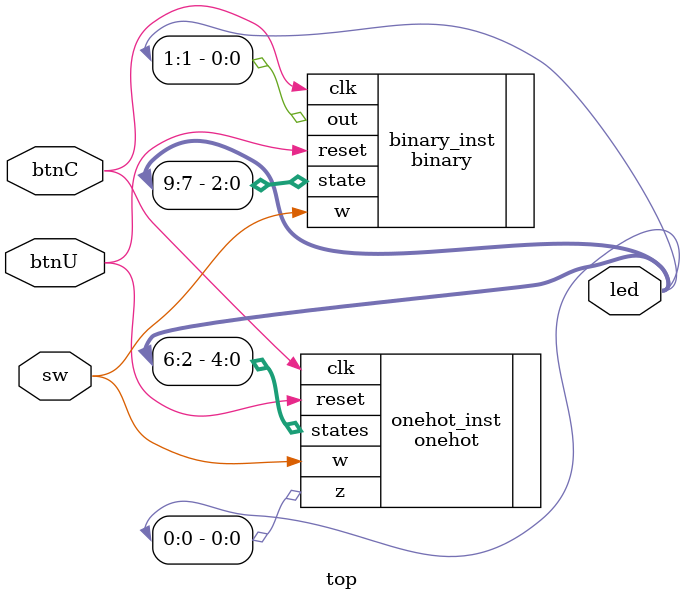
<source format=v>
module top(
    input sw, // w
    output [9:0] led, // see IO table
    input btnC, // clk
    input btnU // reset
);

    onehot onehot_inst(
        .w(sw),
        .clk(btnC),
        .reset(btnU),
        .states(led[6:2]),
        .z(led[0])
    );

    binary binary_inst(
        .w(sw),
        .clk(btnC),
        .reset(btnU),
        .state(led[9:7]),
        .out(led[1])
    );

endmodule
</source>
